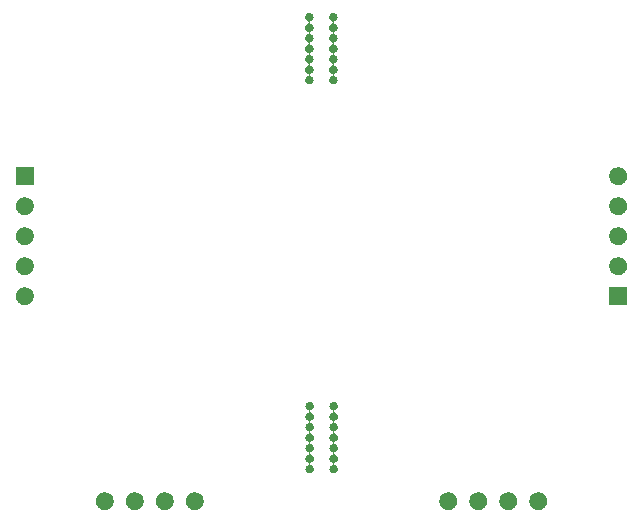
<source format=gbs>
G04 #@! TF.GenerationSoftware,KiCad,Pcbnew,(5.1.6-0-10_14)*
G04 #@! TF.CreationDate,2022-08-17T10:56:06+09:00*
G04 #@! TF.ProjectId,cool536trackballparts,636f6f6c-3533-4367-9472-61636b62616c,rev?*
G04 #@! TF.SameCoordinates,Original*
G04 #@! TF.FileFunction,Soldermask,Bot*
G04 #@! TF.FilePolarity,Negative*
%FSLAX46Y46*%
G04 Gerber Fmt 4.6, Leading zero omitted, Abs format (unit mm)*
G04 Created by KiCad (PCBNEW (5.1.6-0-10_14)) date 2022-08-17 10:56:06*
%MOMM*%
%LPD*%
G01*
G04 APERTURE LIST*
%ADD10C,0.100000*%
G04 APERTURE END LIST*
D10*
G36*
X80154425Y-69294599D02*
G01*
X80278621Y-69319302D01*
X80415022Y-69375801D01*
X80537779Y-69457825D01*
X80642175Y-69562221D01*
X80724199Y-69684978D01*
X80780698Y-69821379D01*
X80809500Y-69966181D01*
X80809500Y-70113819D01*
X80780698Y-70258621D01*
X80724199Y-70395022D01*
X80642175Y-70517779D01*
X80537779Y-70622175D01*
X80415022Y-70704199D01*
X80278621Y-70760698D01*
X80154425Y-70785401D01*
X80133820Y-70789500D01*
X79986180Y-70789500D01*
X79965575Y-70785401D01*
X79841379Y-70760698D01*
X79704978Y-70704199D01*
X79582221Y-70622175D01*
X79477825Y-70517779D01*
X79395801Y-70395022D01*
X79339302Y-70258621D01*
X79310500Y-70113819D01*
X79310500Y-69966181D01*
X79339302Y-69821379D01*
X79395801Y-69684978D01*
X79477825Y-69562221D01*
X79582221Y-69457825D01*
X79704978Y-69375801D01*
X79841379Y-69319302D01*
X79965575Y-69294599D01*
X79986180Y-69290500D01*
X80133820Y-69290500D01*
X80154425Y-69294599D01*
G37*
G36*
X77614425Y-69294599D02*
G01*
X77738621Y-69319302D01*
X77875022Y-69375801D01*
X77997779Y-69457825D01*
X78102175Y-69562221D01*
X78184199Y-69684978D01*
X78240698Y-69821379D01*
X78269500Y-69966181D01*
X78269500Y-70113819D01*
X78240698Y-70258621D01*
X78184199Y-70395022D01*
X78102175Y-70517779D01*
X77997779Y-70622175D01*
X77875022Y-70704199D01*
X77738621Y-70760698D01*
X77614425Y-70785401D01*
X77593820Y-70789500D01*
X77446180Y-70789500D01*
X77425575Y-70785401D01*
X77301379Y-70760698D01*
X77164978Y-70704199D01*
X77042221Y-70622175D01*
X76937825Y-70517779D01*
X76855801Y-70395022D01*
X76799302Y-70258621D01*
X76770500Y-70113819D01*
X76770500Y-69966181D01*
X76799302Y-69821379D01*
X76855801Y-69684978D01*
X76937825Y-69562221D01*
X77042221Y-69457825D01*
X77164978Y-69375801D01*
X77301379Y-69319302D01*
X77425575Y-69294599D01*
X77446180Y-69290500D01*
X77593820Y-69290500D01*
X77614425Y-69294599D01*
G37*
G36*
X75074425Y-69294599D02*
G01*
X75198621Y-69319302D01*
X75335022Y-69375801D01*
X75457779Y-69457825D01*
X75562175Y-69562221D01*
X75644199Y-69684978D01*
X75700698Y-69821379D01*
X75729500Y-69966181D01*
X75729500Y-70113819D01*
X75700698Y-70258621D01*
X75644199Y-70395022D01*
X75562175Y-70517779D01*
X75457779Y-70622175D01*
X75335022Y-70704199D01*
X75198621Y-70760698D01*
X75074425Y-70785401D01*
X75053820Y-70789500D01*
X74906180Y-70789500D01*
X74885575Y-70785401D01*
X74761379Y-70760698D01*
X74624978Y-70704199D01*
X74502221Y-70622175D01*
X74397825Y-70517779D01*
X74315801Y-70395022D01*
X74259302Y-70258621D01*
X74230500Y-70113819D01*
X74230500Y-69966181D01*
X74259302Y-69821379D01*
X74315801Y-69684978D01*
X74397825Y-69562221D01*
X74502221Y-69457825D01*
X74624978Y-69375801D01*
X74761379Y-69319302D01*
X74885575Y-69294599D01*
X74906180Y-69290500D01*
X75053820Y-69290500D01*
X75074425Y-69294599D01*
G37*
G36*
X72534425Y-69294599D02*
G01*
X72658621Y-69319302D01*
X72795022Y-69375801D01*
X72917779Y-69457825D01*
X73022175Y-69562221D01*
X73104199Y-69684978D01*
X73160698Y-69821379D01*
X73189500Y-69966181D01*
X73189500Y-70113819D01*
X73160698Y-70258621D01*
X73104199Y-70395022D01*
X73022175Y-70517779D01*
X72917779Y-70622175D01*
X72795022Y-70704199D01*
X72658621Y-70760698D01*
X72534425Y-70785401D01*
X72513820Y-70789500D01*
X72366180Y-70789500D01*
X72345575Y-70785401D01*
X72221379Y-70760698D01*
X72084978Y-70704199D01*
X71962221Y-70622175D01*
X71857825Y-70517779D01*
X71775801Y-70395022D01*
X71719302Y-70258621D01*
X71690500Y-70113819D01*
X71690500Y-69966181D01*
X71719302Y-69821379D01*
X71775801Y-69684978D01*
X71857825Y-69562221D01*
X71962221Y-69457825D01*
X72084978Y-69375801D01*
X72221379Y-69319302D01*
X72345575Y-69294599D01*
X72366180Y-69290500D01*
X72513820Y-69290500D01*
X72534425Y-69294599D01*
G37*
G36*
X51074425Y-69294599D02*
G01*
X51198621Y-69319302D01*
X51335022Y-69375801D01*
X51457779Y-69457825D01*
X51562175Y-69562221D01*
X51644199Y-69684978D01*
X51700698Y-69821379D01*
X51729500Y-69966181D01*
X51729500Y-70113819D01*
X51700698Y-70258621D01*
X51644199Y-70395022D01*
X51562175Y-70517779D01*
X51457779Y-70622175D01*
X51335022Y-70704199D01*
X51198621Y-70760698D01*
X51074425Y-70785401D01*
X51053820Y-70789500D01*
X50906180Y-70789500D01*
X50885575Y-70785401D01*
X50761379Y-70760698D01*
X50624978Y-70704199D01*
X50502221Y-70622175D01*
X50397825Y-70517779D01*
X50315801Y-70395022D01*
X50259302Y-70258621D01*
X50230500Y-70113819D01*
X50230500Y-69966181D01*
X50259302Y-69821379D01*
X50315801Y-69684978D01*
X50397825Y-69562221D01*
X50502221Y-69457825D01*
X50624978Y-69375801D01*
X50761379Y-69319302D01*
X50885575Y-69294599D01*
X50906180Y-69290500D01*
X51053820Y-69290500D01*
X51074425Y-69294599D01*
G37*
G36*
X48534425Y-69294599D02*
G01*
X48658621Y-69319302D01*
X48795022Y-69375801D01*
X48917779Y-69457825D01*
X49022175Y-69562221D01*
X49104199Y-69684978D01*
X49160698Y-69821379D01*
X49189500Y-69966181D01*
X49189500Y-70113819D01*
X49160698Y-70258621D01*
X49104199Y-70395022D01*
X49022175Y-70517779D01*
X48917779Y-70622175D01*
X48795022Y-70704199D01*
X48658621Y-70760698D01*
X48534425Y-70785401D01*
X48513820Y-70789500D01*
X48366180Y-70789500D01*
X48345575Y-70785401D01*
X48221379Y-70760698D01*
X48084978Y-70704199D01*
X47962221Y-70622175D01*
X47857825Y-70517779D01*
X47775801Y-70395022D01*
X47719302Y-70258621D01*
X47690500Y-70113819D01*
X47690500Y-69966181D01*
X47719302Y-69821379D01*
X47775801Y-69684978D01*
X47857825Y-69562221D01*
X47962221Y-69457825D01*
X48084978Y-69375801D01*
X48221379Y-69319302D01*
X48345575Y-69294599D01*
X48366180Y-69290500D01*
X48513820Y-69290500D01*
X48534425Y-69294599D01*
G37*
G36*
X45994425Y-69294599D02*
G01*
X46118621Y-69319302D01*
X46255022Y-69375801D01*
X46377779Y-69457825D01*
X46482175Y-69562221D01*
X46564199Y-69684978D01*
X46620698Y-69821379D01*
X46649500Y-69966181D01*
X46649500Y-70113819D01*
X46620698Y-70258621D01*
X46564199Y-70395022D01*
X46482175Y-70517779D01*
X46377779Y-70622175D01*
X46255022Y-70704199D01*
X46118621Y-70760698D01*
X45994425Y-70785401D01*
X45973820Y-70789500D01*
X45826180Y-70789500D01*
X45805575Y-70785401D01*
X45681379Y-70760698D01*
X45544978Y-70704199D01*
X45422221Y-70622175D01*
X45317825Y-70517779D01*
X45235801Y-70395022D01*
X45179302Y-70258621D01*
X45150500Y-70113819D01*
X45150500Y-69966181D01*
X45179302Y-69821379D01*
X45235801Y-69684978D01*
X45317825Y-69562221D01*
X45422221Y-69457825D01*
X45544978Y-69375801D01*
X45681379Y-69319302D01*
X45805575Y-69294599D01*
X45826180Y-69290500D01*
X45973820Y-69290500D01*
X45994425Y-69294599D01*
G37*
G36*
X43454425Y-69294599D02*
G01*
X43578621Y-69319302D01*
X43715022Y-69375801D01*
X43837779Y-69457825D01*
X43942175Y-69562221D01*
X44024199Y-69684978D01*
X44080698Y-69821379D01*
X44109500Y-69966181D01*
X44109500Y-70113819D01*
X44080698Y-70258621D01*
X44024199Y-70395022D01*
X43942175Y-70517779D01*
X43837779Y-70622175D01*
X43715022Y-70704199D01*
X43578621Y-70760698D01*
X43454425Y-70785401D01*
X43433820Y-70789500D01*
X43286180Y-70789500D01*
X43265575Y-70785401D01*
X43141379Y-70760698D01*
X43004978Y-70704199D01*
X42882221Y-70622175D01*
X42777825Y-70517779D01*
X42695801Y-70395022D01*
X42639302Y-70258621D01*
X42610500Y-70113819D01*
X42610500Y-69966181D01*
X42639302Y-69821379D01*
X42695801Y-69684978D01*
X42777825Y-69562221D01*
X42882221Y-69457825D01*
X43004978Y-69375801D01*
X43141379Y-69319302D01*
X43265575Y-69294599D01*
X43286180Y-69290500D01*
X43433820Y-69290500D01*
X43454425Y-69294599D01*
G37*
G36*
X62838383Y-61655489D02*
G01*
X62838386Y-61655490D01*
X62838385Y-61655490D01*
X62902258Y-61681946D01*
X62959748Y-61720360D01*
X63008640Y-61769252D01*
X63047054Y-61826742D01*
X63068624Y-61878818D01*
X63073511Y-61890617D01*
X63087000Y-61958430D01*
X63087000Y-62027570D01*
X63073511Y-62095383D01*
X63073510Y-62095385D01*
X63047054Y-62159258D01*
X63047052Y-62159261D01*
X63008639Y-62216749D01*
X62959749Y-62265639D01*
X62902261Y-62304052D01*
X62902260Y-62304053D01*
X62902259Y-62304053D01*
X62858892Y-62322016D01*
X62837282Y-62333567D01*
X62818340Y-62349112D01*
X62802794Y-62368054D01*
X62791243Y-62389664D01*
X62784130Y-62413113D01*
X62781728Y-62437499D01*
X62784130Y-62461886D01*
X62791243Y-62485335D01*
X62802794Y-62506945D01*
X62818339Y-62525887D01*
X62837281Y-62541433D01*
X62858893Y-62552984D01*
X62902261Y-62570948D01*
X62931200Y-62590285D01*
X62959748Y-62609360D01*
X63008640Y-62658252D01*
X63047054Y-62715742D01*
X63068624Y-62767818D01*
X63073511Y-62779617D01*
X63087000Y-62847430D01*
X63087000Y-62916570D01*
X63073511Y-62984383D01*
X63073510Y-62984385D01*
X63047054Y-63048258D01*
X63047052Y-63048261D01*
X63008639Y-63105749D01*
X62959749Y-63154639D01*
X62902261Y-63193052D01*
X62902260Y-63193053D01*
X62902259Y-63193053D01*
X62858892Y-63211016D01*
X62837282Y-63222567D01*
X62818340Y-63238112D01*
X62802794Y-63257054D01*
X62791243Y-63278664D01*
X62784130Y-63302113D01*
X62781728Y-63326499D01*
X62784130Y-63350886D01*
X62791243Y-63374335D01*
X62802794Y-63395945D01*
X62818339Y-63414887D01*
X62837281Y-63430433D01*
X62858893Y-63441984D01*
X62902261Y-63459948D01*
X62931200Y-63479285D01*
X62959748Y-63498360D01*
X63008640Y-63547252D01*
X63047054Y-63604742D01*
X63068624Y-63656818D01*
X63073511Y-63668617D01*
X63087000Y-63736430D01*
X63087000Y-63805570D01*
X63073511Y-63873383D01*
X63073510Y-63873385D01*
X63047054Y-63937258D01*
X63047052Y-63937261D01*
X63008639Y-63994749D01*
X62959749Y-64043639D01*
X62902261Y-64082052D01*
X62902260Y-64082053D01*
X62902259Y-64082053D01*
X62858892Y-64100016D01*
X62837282Y-64111567D01*
X62818340Y-64127112D01*
X62802794Y-64146054D01*
X62791243Y-64167664D01*
X62784130Y-64191113D01*
X62781728Y-64215499D01*
X62784130Y-64239886D01*
X62791243Y-64263335D01*
X62802794Y-64284945D01*
X62818339Y-64303887D01*
X62837281Y-64319433D01*
X62858893Y-64330984D01*
X62902261Y-64348948D01*
X62931200Y-64368285D01*
X62959748Y-64387360D01*
X63008640Y-64436252D01*
X63047054Y-64493742D01*
X63068624Y-64545818D01*
X63073511Y-64557617D01*
X63087000Y-64625430D01*
X63087000Y-64694570D01*
X63073511Y-64762383D01*
X63073510Y-64762385D01*
X63047054Y-64826258D01*
X63047052Y-64826261D01*
X63008639Y-64883749D01*
X62959749Y-64932639D01*
X62902261Y-64971052D01*
X62902260Y-64971053D01*
X62902259Y-64971053D01*
X62858892Y-64989016D01*
X62837282Y-65000567D01*
X62818340Y-65016112D01*
X62802794Y-65035054D01*
X62791243Y-65056664D01*
X62784130Y-65080113D01*
X62781728Y-65104499D01*
X62784130Y-65128886D01*
X62791243Y-65152335D01*
X62802794Y-65173945D01*
X62818339Y-65192887D01*
X62837281Y-65208433D01*
X62858893Y-65219984D01*
X62902261Y-65237948D01*
X62931200Y-65257285D01*
X62959748Y-65276360D01*
X63008640Y-65325252D01*
X63047054Y-65382742D01*
X63068624Y-65434818D01*
X63073511Y-65446617D01*
X63087000Y-65514430D01*
X63087000Y-65583570D01*
X63073511Y-65651383D01*
X63073510Y-65651385D01*
X63047054Y-65715258D01*
X63047052Y-65715261D01*
X63008639Y-65772749D01*
X62959749Y-65821639D01*
X62902261Y-65860052D01*
X62902260Y-65860053D01*
X62902259Y-65860053D01*
X62858892Y-65878016D01*
X62837282Y-65889567D01*
X62818340Y-65905112D01*
X62802794Y-65924054D01*
X62791243Y-65945664D01*
X62784130Y-65969113D01*
X62781728Y-65993499D01*
X62784130Y-66017886D01*
X62791243Y-66041335D01*
X62802794Y-66062945D01*
X62818339Y-66081887D01*
X62837281Y-66097433D01*
X62858893Y-66108984D01*
X62902261Y-66126948D01*
X62931200Y-66146285D01*
X62959748Y-66165360D01*
X63008640Y-66214252D01*
X63047054Y-66271742D01*
X63068624Y-66323818D01*
X63073511Y-66335617D01*
X63087000Y-66403430D01*
X63087000Y-66472570D01*
X63073511Y-66540383D01*
X63073510Y-66540385D01*
X63047054Y-66604258D01*
X63047052Y-66604261D01*
X63008639Y-66661749D01*
X62959749Y-66710639D01*
X62902261Y-66749052D01*
X62902260Y-66749053D01*
X62902259Y-66749053D01*
X62858892Y-66767016D01*
X62837282Y-66778567D01*
X62818340Y-66794112D01*
X62802794Y-66813054D01*
X62791243Y-66834664D01*
X62784130Y-66858113D01*
X62781728Y-66882499D01*
X62784130Y-66906886D01*
X62791243Y-66930335D01*
X62802794Y-66951945D01*
X62818339Y-66970887D01*
X62837281Y-66986433D01*
X62858893Y-66997984D01*
X62902261Y-67015948D01*
X62931200Y-67035285D01*
X62959748Y-67054360D01*
X63008640Y-67103252D01*
X63047054Y-67160742D01*
X63068624Y-67212818D01*
X63073511Y-67224617D01*
X63087000Y-67292430D01*
X63087000Y-67361570D01*
X63073511Y-67429383D01*
X63073510Y-67429385D01*
X63047054Y-67493258D01*
X63008640Y-67550748D01*
X62959748Y-67599640D01*
X62902258Y-67638054D01*
X62850182Y-67659624D01*
X62838383Y-67664511D01*
X62770570Y-67678000D01*
X62701430Y-67678000D01*
X62633617Y-67664511D01*
X62621818Y-67659624D01*
X62569742Y-67638054D01*
X62512252Y-67599640D01*
X62463360Y-67550748D01*
X62424946Y-67493258D01*
X62398490Y-67429385D01*
X62398489Y-67429383D01*
X62385000Y-67361570D01*
X62385000Y-67292430D01*
X62398489Y-67224617D01*
X62403376Y-67212818D01*
X62424946Y-67160742D01*
X62463360Y-67103252D01*
X62512252Y-67054360D01*
X62540800Y-67035285D01*
X62569739Y-67015948D01*
X62613107Y-66997984D01*
X62634718Y-66986433D01*
X62653660Y-66970888D01*
X62669206Y-66951946D01*
X62680757Y-66930336D01*
X62687870Y-66906887D01*
X62690272Y-66882501D01*
X62687870Y-66858114D01*
X62680757Y-66834665D01*
X62669206Y-66813055D01*
X62653661Y-66794113D01*
X62634719Y-66778567D01*
X62613108Y-66767016D01*
X62569741Y-66749053D01*
X62569740Y-66749053D01*
X62569739Y-66749052D01*
X62512251Y-66710639D01*
X62463361Y-66661749D01*
X62424948Y-66604261D01*
X62424946Y-66604258D01*
X62398490Y-66540385D01*
X62398489Y-66540383D01*
X62385000Y-66472570D01*
X62385000Y-66403430D01*
X62398489Y-66335617D01*
X62403376Y-66323818D01*
X62424946Y-66271742D01*
X62463360Y-66214252D01*
X62512252Y-66165360D01*
X62540800Y-66146285D01*
X62569739Y-66126948D01*
X62613107Y-66108984D01*
X62634718Y-66097433D01*
X62653660Y-66081888D01*
X62669206Y-66062946D01*
X62680757Y-66041336D01*
X62687870Y-66017887D01*
X62690272Y-65993501D01*
X62687870Y-65969114D01*
X62680757Y-65945665D01*
X62669206Y-65924055D01*
X62653661Y-65905113D01*
X62634719Y-65889567D01*
X62613108Y-65878016D01*
X62569741Y-65860053D01*
X62569740Y-65860053D01*
X62569739Y-65860052D01*
X62512251Y-65821639D01*
X62463361Y-65772749D01*
X62424948Y-65715261D01*
X62424946Y-65715258D01*
X62398490Y-65651385D01*
X62398489Y-65651383D01*
X62385000Y-65583570D01*
X62385000Y-65514430D01*
X62398489Y-65446617D01*
X62403376Y-65434818D01*
X62424946Y-65382742D01*
X62463360Y-65325252D01*
X62512252Y-65276360D01*
X62540800Y-65257285D01*
X62569739Y-65237948D01*
X62613107Y-65219984D01*
X62634718Y-65208433D01*
X62653660Y-65192888D01*
X62669206Y-65173946D01*
X62680757Y-65152336D01*
X62687870Y-65128887D01*
X62690272Y-65104501D01*
X62687870Y-65080114D01*
X62680757Y-65056665D01*
X62669206Y-65035055D01*
X62653661Y-65016113D01*
X62634719Y-65000567D01*
X62613108Y-64989016D01*
X62569741Y-64971053D01*
X62569740Y-64971053D01*
X62569739Y-64971052D01*
X62512251Y-64932639D01*
X62463361Y-64883749D01*
X62424948Y-64826261D01*
X62424946Y-64826258D01*
X62398490Y-64762385D01*
X62398489Y-64762383D01*
X62385000Y-64694570D01*
X62385000Y-64625430D01*
X62398489Y-64557617D01*
X62403376Y-64545818D01*
X62424946Y-64493742D01*
X62463360Y-64436252D01*
X62512252Y-64387360D01*
X62540800Y-64368285D01*
X62569739Y-64348948D01*
X62613107Y-64330984D01*
X62634718Y-64319433D01*
X62653660Y-64303888D01*
X62669206Y-64284946D01*
X62680757Y-64263336D01*
X62687870Y-64239887D01*
X62690272Y-64215501D01*
X62687870Y-64191114D01*
X62680757Y-64167665D01*
X62669206Y-64146055D01*
X62653661Y-64127113D01*
X62634719Y-64111567D01*
X62613108Y-64100016D01*
X62569741Y-64082053D01*
X62569740Y-64082053D01*
X62569739Y-64082052D01*
X62512251Y-64043639D01*
X62463361Y-63994749D01*
X62424948Y-63937261D01*
X62424946Y-63937258D01*
X62398490Y-63873385D01*
X62398489Y-63873383D01*
X62385000Y-63805570D01*
X62385000Y-63736430D01*
X62398489Y-63668617D01*
X62403376Y-63656818D01*
X62424946Y-63604742D01*
X62463360Y-63547252D01*
X62512252Y-63498360D01*
X62540800Y-63479285D01*
X62569739Y-63459948D01*
X62613107Y-63441984D01*
X62634718Y-63430433D01*
X62653660Y-63414888D01*
X62669206Y-63395946D01*
X62680757Y-63374336D01*
X62687870Y-63350887D01*
X62690272Y-63326501D01*
X62687870Y-63302114D01*
X62680757Y-63278665D01*
X62669206Y-63257055D01*
X62653661Y-63238113D01*
X62634719Y-63222567D01*
X62613108Y-63211016D01*
X62569741Y-63193053D01*
X62569740Y-63193053D01*
X62569739Y-63193052D01*
X62512251Y-63154639D01*
X62463361Y-63105749D01*
X62424948Y-63048261D01*
X62424946Y-63048258D01*
X62398490Y-62984385D01*
X62398489Y-62984383D01*
X62385000Y-62916570D01*
X62385000Y-62847430D01*
X62398489Y-62779617D01*
X62403376Y-62767818D01*
X62424946Y-62715742D01*
X62463360Y-62658252D01*
X62512252Y-62609360D01*
X62540800Y-62590285D01*
X62569739Y-62570948D01*
X62613107Y-62552984D01*
X62634718Y-62541433D01*
X62653660Y-62525888D01*
X62669206Y-62506946D01*
X62680757Y-62485336D01*
X62687870Y-62461887D01*
X62690272Y-62437501D01*
X62687870Y-62413114D01*
X62680757Y-62389665D01*
X62669206Y-62368055D01*
X62653661Y-62349113D01*
X62634719Y-62333567D01*
X62613108Y-62322016D01*
X62569741Y-62304053D01*
X62569740Y-62304053D01*
X62569739Y-62304052D01*
X62512251Y-62265639D01*
X62463361Y-62216749D01*
X62424948Y-62159261D01*
X62424946Y-62159258D01*
X62398490Y-62095385D01*
X62398489Y-62095383D01*
X62385000Y-62027570D01*
X62385000Y-61958430D01*
X62398489Y-61890617D01*
X62403376Y-61878818D01*
X62424946Y-61826742D01*
X62463360Y-61769252D01*
X62512252Y-61720360D01*
X62569742Y-61681946D01*
X62633615Y-61655490D01*
X62633614Y-61655490D01*
X62633617Y-61655489D01*
X62701430Y-61642000D01*
X62770570Y-61642000D01*
X62838383Y-61655489D01*
G37*
G36*
X60806383Y-61655489D02*
G01*
X60806386Y-61655490D01*
X60806385Y-61655490D01*
X60870258Y-61681946D01*
X60927748Y-61720360D01*
X60976640Y-61769252D01*
X61015054Y-61826742D01*
X61036624Y-61878818D01*
X61041511Y-61890617D01*
X61055000Y-61958430D01*
X61055000Y-62027570D01*
X61041511Y-62095383D01*
X61041510Y-62095385D01*
X61015054Y-62159258D01*
X61015052Y-62159261D01*
X60976639Y-62216749D01*
X60927749Y-62265639D01*
X60870261Y-62304052D01*
X60870260Y-62304053D01*
X60870259Y-62304053D01*
X60826892Y-62322016D01*
X60805282Y-62333567D01*
X60786340Y-62349112D01*
X60770794Y-62368054D01*
X60759243Y-62389664D01*
X60752130Y-62413113D01*
X60749728Y-62437499D01*
X60752130Y-62461886D01*
X60759243Y-62485335D01*
X60770794Y-62506945D01*
X60786339Y-62525887D01*
X60805281Y-62541433D01*
X60826893Y-62552984D01*
X60870261Y-62570948D01*
X60899200Y-62590285D01*
X60927748Y-62609360D01*
X60976640Y-62658252D01*
X61015054Y-62715742D01*
X61036624Y-62767818D01*
X61041511Y-62779617D01*
X61055000Y-62847430D01*
X61055000Y-62916570D01*
X61041511Y-62984383D01*
X61041510Y-62984385D01*
X61015054Y-63048258D01*
X61015052Y-63048261D01*
X60976639Y-63105749D01*
X60927749Y-63154639D01*
X60870261Y-63193052D01*
X60870260Y-63193053D01*
X60870259Y-63193053D01*
X60826892Y-63211016D01*
X60805282Y-63222567D01*
X60786340Y-63238112D01*
X60770794Y-63257054D01*
X60759243Y-63278664D01*
X60752130Y-63302113D01*
X60749728Y-63326499D01*
X60752130Y-63350886D01*
X60759243Y-63374335D01*
X60770794Y-63395945D01*
X60786339Y-63414887D01*
X60805281Y-63430433D01*
X60826893Y-63441984D01*
X60870261Y-63459948D01*
X60899200Y-63479285D01*
X60927748Y-63498360D01*
X60976640Y-63547252D01*
X61015054Y-63604742D01*
X61036624Y-63656818D01*
X61041511Y-63668617D01*
X61055000Y-63736430D01*
X61055000Y-63805570D01*
X61041511Y-63873383D01*
X61041510Y-63873385D01*
X61015054Y-63937258D01*
X61015052Y-63937261D01*
X60976639Y-63994749D01*
X60927749Y-64043639D01*
X60870261Y-64082052D01*
X60870260Y-64082053D01*
X60870259Y-64082053D01*
X60826892Y-64100016D01*
X60805282Y-64111567D01*
X60786340Y-64127112D01*
X60770794Y-64146054D01*
X60759243Y-64167664D01*
X60752130Y-64191113D01*
X60749728Y-64215499D01*
X60752130Y-64239886D01*
X60759243Y-64263335D01*
X60770794Y-64284945D01*
X60786339Y-64303887D01*
X60805281Y-64319433D01*
X60826893Y-64330984D01*
X60870261Y-64348948D01*
X60899200Y-64368285D01*
X60927748Y-64387360D01*
X60976640Y-64436252D01*
X61015054Y-64493742D01*
X61036624Y-64545818D01*
X61041511Y-64557617D01*
X61055000Y-64625430D01*
X61055000Y-64694570D01*
X61041511Y-64762383D01*
X61041510Y-64762385D01*
X61015054Y-64826258D01*
X61015052Y-64826261D01*
X60976639Y-64883749D01*
X60927749Y-64932639D01*
X60870261Y-64971052D01*
X60870260Y-64971053D01*
X60870259Y-64971053D01*
X60826892Y-64989016D01*
X60805282Y-65000567D01*
X60786340Y-65016112D01*
X60770794Y-65035054D01*
X60759243Y-65056664D01*
X60752130Y-65080113D01*
X60749728Y-65104499D01*
X60752130Y-65128886D01*
X60759243Y-65152335D01*
X60770794Y-65173945D01*
X60786339Y-65192887D01*
X60805281Y-65208433D01*
X60826893Y-65219984D01*
X60870261Y-65237948D01*
X60899200Y-65257285D01*
X60927748Y-65276360D01*
X60976640Y-65325252D01*
X61015054Y-65382742D01*
X61036624Y-65434818D01*
X61041511Y-65446617D01*
X61055000Y-65514430D01*
X61055000Y-65583570D01*
X61041511Y-65651383D01*
X61041510Y-65651385D01*
X61015054Y-65715258D01*
X61015052Y-65715261D01*
X60976639Y-65772749D01*
X60927749Y-65821639D01*
X60870261Y-65860052D01*
X60870260Y-65860053D01*
X60870259Y-65860053D01*
X60826892Y-65878016D01*
X60805282Y-65889567D01*
X60786340Y-65905112D01*
X60770794Y-65924054D01*
X60759243Y-65945664D01*
X60752130Y-65969113D01*
X60749728Y-65993499D01*
X60752130Y-66017886D01*
X60759243Y-66041335D01*
X60770794Y-66062945D01*
X60786339Y-66081887D01*
X60805281Y-66097433D01*
X60826893Y-66108984D01*
X60870261Y-66126948D01*
X60899200Y-66146285D01*
X60927748Y-66165360D01*
X60976640Y-66214252D01*
X61015054Y-66271742D01*
X61036624Y-66323818D01*
X61041511Y-66335617D01*
X61055000Y-66403430D01*
X61055000Y-66472570D01*
X61041511Y-66540383D01*
X61041510Y-66540385D01*
X61015054Y-66604258D01*
X61015052Y-66604261D01*
X60976639Y-66661749D01*
X60927749Y-66710639D01*
X60870261Y-66749052D01*
X60870260Y-66749053D01*
X60870259Y-66749053D01*
X60826892Y-66767016D01*
X60805282Y-66778567D01*
X60786340Y-66794112D01*
X60770794Y-66813054D01*
X60759243Y-66834664D01*
X60752130Y-66858113D01*
X60749728Y-66882499D01*
X60752130Y-66906886D01*
X60759243Y-66930335D01*
X60770794Y-66951945D01*
X60786339Y-66970887D01*
X60805281Y-66986433D01*
X60826893Y-66997984D01*
X60870261Y-67015948D01*
X60899200Y-67035285D01*
X60927748Y-67054360D01*
X60976640Y-67103252D01*
X61015054Y-67160742D01*
X61036624Y-67212818D01*
X61041511Y-67224617D01*
X61055000Y-67292430D01*
X61055000Y-67361570D01*
X61041511Y-67429383D01*
X61041510Y-67429385D01*
X61015054Y-67493258D01*
X60976640Y-67550748D01*
X60927748Y-67599640D01*
X60870258Y-67638054D01*
X60818182Y-67659624D01*
X60806383Y-67664511D01*
X60738570Y-67678000D01*
X60669430Y-67678000D01*
X60601617Y-67664511D01*
X60589818Y-67659624D01*
X60537742Y-67638054D01*
X60480252Y-67599640D01*
X60431360Y-67550748D01*
X60392946Y-67493258D01*
X60366490Y-67429385D01*
X60366489Y-67429383D01*
X60353000Y-67361570D01*
X60353000Y-67292430D01*
X60366489Y-67224617D01*
X60371376Y-67212818D01*
X60392946Y-67160742D01*
X60431360Y-67103252D01*
X60480252Y-67054360D01*
X60508800Y-67035285D01*
X60537739Y-67015948D01*
X60581107Y-66997984D01*
X60602718Y-66986433D01*
X60621660Y-66970888D01*
X60637206Y-66951946D01*
X60648757Y-66930336D01*
X60655870Y-66906887D01*
X60658272Y-66882501D01*
X60655870Y-66858114D01*
X60648757Y-66834665D01*
X60637206Y-66813055D01*
X60621661Y-66794113D01*
X60602719Y-66778567D01*
X60581108Y-66767016D01*
X60537741Y-66749053D01*
X60537740Y-66749053D01*
X60537739Y-66749052D01*
X60480251Y-66710639D01*
X60431361Y-66661749D01*
X60392948Y-66604261D01*
X60392946Y-66604258D01*
X60366490Y-66540385D01*
X60366489Y-66540383D01*
X60353000Y-66472570D01*
X60353000Y-66403430D01*
X60366489Y-66335617D01*
X60371376Y-66323818D01*
X60392946Y-66271742D01*
X60431360Y-66214252D01*
X60480252Y-66165360D01*
X60508800Y-66146285D01*
X60537739Y-66126948D01*
X60581107Y-66108984D01*
X60602718Y-66097433D01*
X60621660Y-66081888D01*
X60637206Y-66062946D01*
X60648757Y-66041336D01*
X60655870Y-66017887D01*
X60658272Y-65993501D01*
X60655870Y-65969114D01*
X60648757Y-65945665D01*
X60637206Y-65924055D01*
X60621661Y-65905113D01*
X60602719Y-65889567D01*
X60581108Y-65878016D01*
X60537741Y-65860053D01*
X60537740Y-65860053D01*
X60537739Y-65860052D01*
X60480251Y-65821639D01*
X60431361Y-65772749D01*
X60392948Y-65715261D01*
X60392946Y-65715258D01*
X60366490Y-65651385D01*
X60366489Y-65651383D01*
X60353000Y-65583570D01*
X60353000Y-65514430D01*
X60366489Y-65446617D01*
X60371376Y-65434818D01*
X60392946Y-65382742D01*
X60431360Y-65325252D01*
X60480252Y-65276360D01*
X60508800Y-65257285D01*
X60537739Y-65237948D01*
X60581107Y-65219984D01*
X60602718Y-65208433D01*
X60621660Y-65192888D01*
X60637206Y-65173946D01*
X60648757Y-65152336D01*
X60655870Y-65128887D01*
X60658272Y-65104501D01*
X60655870Y-65080114D01*
X60648757Y-65056665D01*
X60637206Y-65035055D01*
X60621661Y-65016113D01*
X60602719Y-65000567D01*
X60581108Y-64989016D01*
X60537741Y-64971053D01*
X60537740Y-64971053D01*
X60537739Y-64971052D01*
X60480251Y-64932639D01*
X60431361Y-64883749D01*
X60392948Y-64826261D01*
X60392946Y-64826258D01*
X60366490Y-64762385D01*
X60366489Y-64762383D01*
X60353000Y-64694570D01*
X60353000Y-64625430D01*
X60366489Y-64557617D01*
X60371376Y-64545818D01*
X60392946Y-64493742D01*
X60431360Y-64436252D01*
X60480252Y-64387360D01*
X60508800Y-64368285D01*
X60537739Y-64348948D01*
X60581107Y-64330984D01*
X60602718Y-64319433D01*
X60621660Y-64303888D01*
X60637206Y-64284946D01*
X60648757Y-64263336D01*
X60655870Y-64239887D01*
X60658272Y-64215501D01*
X60655870Y-64191114D01*
X60648757Y-64167665D01*
X60637206Y-64146055D01*
X60621661Y-64127113D01*
X60602719Y-64111567D01*
X60581108Y-64100016D01*
X60537741Y-64082053D01*
X60537740Y-64082053D01*
X60537739Y-64082052D01*
X60480251Y-64043639D01*
X60431361Y-63994749D01*
X60392948Y-63937261D01*
X60392946Y-63937258D01*
X60366490Y-63873385D01*
X60366489Y-63873383D01*
X60353000Y-63805570D01*
X60353000Y-63736430D01*
X60366489Y-63668617D01*
X60371376Y-63656818D01*
X60392946Y-63604742D01*
X60431360Y-63547252D01*
X60480252Y-63498360D01*
X60508800Y-63479285D01*
X60537739Y-63459948D01*
X60581107Y-63441984D01*
X60602718Y-63430433D01*
X60621660Y-63414888D01*
X60637206Y-63395946D01*
X60648757Y-63374336D01*
X60655870Y-63350887D01*
X60658272Y-63326501D01*
X60655870Y-63302114D01*
X60648757Y-63278665D01*
X60637206Y-63257055D01*
X60621661Y-63238113D01*
X60602719Y-63222567D01*
X60581108Y-63211016D01*
X60537741Y-63193053D01*
X60537740Y-63193053D01*
X60537739Y-63193052D01*
X60480251Y-63154639D01*
X60431361Y-63105749D01*
X60392948Y-63048261D01*
X60392946Y-63048258D01*
X60366490Y-62984385D01*
X60366489Y-62984383D01*
X60353000Y-62916570D01*
X60353000Y-62847430D01*
X60366489Y-62779617D01*
X60371376Y-62767818D01*
X60392946Y-62715742D01*
X60431360Y-62658252D01*
X60480252Y-62609360D01*
X60508800Y-62590285D01*
X60537739Y-62570948D01*
X60581107Y-62552984D01*
X60602718Y-62541433D01*
X60621660Y-62525888D01*
X60637206Y-62506946D01*
X60648757Y-62485336D01*
X60655870Y-62461887D01*
X60658272Y-62437501D01*
X60655870Y-62413114D01*
X60648757Y-62389665D01*
X60637206Y-62368055D01*
X60621661Y-62349113D01*
X60602719Y-62333567D01*
X60581108Y-62322016D01*
X60537741Y-62304053D01*
X60537740Y-62304053D01*
X60537739Y-62304052D01*
X60480251Y-62265639D01*
X60431361Y-62216749D01*
X60392948Y-62159261D01*
X60392946Y-62159258D01*
X60366490Y-62095385D01*
X60366489Y-62095383D01*
X60353000Y-62027570D01*
X60353000Y-61958430D01*
X60366489Y-61890617D01*
X60371376Y-61878818D01*
X60392946Y-61826742D01*
X60431360Y-61769252D01*
X60480252Y-61720360D01*
X60537742Y-61681946D01*
X60601615Y-61655490D01*
X60601614Y-61655490D01*
X60601617Y-61655489D01*
X60669430Y-61642000D01*
X60738570Y-61642000D01*
X60806383Y-61655489D01*
G37*
G36*
X36684425Y-51934599D02*
G01*
X36808621Y-51959302D01*
X36945022Y-52015801D01*
X37067779Y-52097825D01*
X37172175Y-52202221D01*
X37254199Y-52324978D01*
X37310698Y-52461379D01*
X37339500Y-52606181D01*
X37339500Y-52753819D01*
X37310698Y-52898621D01*
X37254199Y-53035022D01*
X37172175Y-53157779D01*
X37067779Y-53262175D01*
X36945022Y-53344199D01*
X36808621Y-53400698D01*
X36684425Y-53425401D01*
X36663820Y-53429500D01*
X36516180Y-53429500D01*
X36495575Y-53425401D01*
X36371379Y-53400698D01*
X36234978Y-53344199D01*
X36112221Y-53262175D01*
X36007825Y-53157779D01*
X35925801Y-53035022D01*
X35869302Y-52898621D01*
X35840500Y-52753819D01*
X35840500Y-52606181D01*
X35869302Y-52461379D01*
X35925801Y-52324978D01*
X36007825Y-52202221D01*
X36112221Y-52097825D01*
X36234978Y-52015801D01*
X36371379Y-51959302D01*
X36495575Y-51934599D01*
X36516180Y-51930500D01*
X36663820Y-51930500D01*
X36684425Y-51934599D01*
G37*
G36*
X87579500Y-53429500D02*
G01*
X86080500Y-53429500D01*
X86080500Y-51930500D01*
X87579500Y-51930500D01*
X87579500Y-53429500D01*
G37*
G36*
X36684425Y-49394599D02*
G01*
X36808621Y-49419302D01*
X36945022Y-49475801D01*
X37067779Y-49557825D01*
X37172175Y-49662221D01*
X37254199Y-49784978D01*
X37310698Y-49921379D01*
X37339500Y-50066181D01*
X37339500Y-50213819D01*
X37310698Y-50358621D01*
X37254199Y-50495022D01*
X37172175Y-50617779D01*
X37067779Y-50722175D01*
X36945022Y-50804199D01*
X36808621Y-50860698D01*
X36684425Y-50885401D01*
X36663820Y-50889500D01*
X36516180Y-50889500D01*
X36495575Y-50885401D01*
X36371379Y-50860698D01*
X36234978Y-50804199D01*
X36112221Y-50722175D01*
X36007825Y-50617779D01*
X35925801Y-50495022D01*
X35869302Y-50358621D01*
X35840500Y-50213819D01*
X35840500Y-50066181D01*
X35869302Y-49921379D01*
X35925801Y-49784978D01*
X36007825Y-49662221D01*
X36112221Y-49557825D01*
X36234978Y-49475801D01*
X36371379Y-49419302D01*
X36495575Y-49394599D01*
X36516180Y-49390500D01*
X36663820Y-49390500D01*
X36684425Y-49394599D01*
G37*
G36*
X86924425Y-49394599D02*
G01*
X87048621Y-49419302D01*
X87185022Y-49475801D01*
X87307779Y-49557825D01*
X87412175Y-49662221D01*
X87494199Y-49784978D01*
X87550698Y-49921379D01*
X87579500Y-50066181D01*
X87579500Y-50213819D01*
X87550698Y-50358621D01*
X87494199Y-50495022D01*
X87412175Y-50617779D01*
X87307779Y-50722175D01*
X87185022Y-50804199D01*
X87048621Y-50860698D01*
X86924425Y-50885401D01*
X86903820Y-50889500D01*
X86756180Y-50889500D01*
X86735575Y-50885401D01*
X86611379Y-50860698D01*
X86474978Y-50804199D01*
X86352221Y-50722175D01*
X86247825Y-50617779D01*
X86165801Y-50495022D01*
X86109302Y-50358621D01*
X86080500Y-50213819D01*
X86080500Y-50066181D01*
X86109302Y-49921379D01*
X86165801Y-49784978D01*
X86247825Y-49662221D01*
X86352221Y-49557825D01*
X86474978Y-49475801D01*
X86611379Y-49419302D01*
X86735575Y-49394599D01*
X86756180Y-49390500D01*
X86903820Y-49390500D01*
X86924425Y-49394599D01*
G37*
G36*
X36684425Y-46854599D02*
G01*
X36808621Y-46879302D01*
X36945022Y-46935801D01*
X37067779Y-47017825D01*
X37172175Y-47122221D01*
X37254199Y-47244978D01*
X37310698Y-47381379D01*
X37339500Y-47526181D01*
X37339500Y-47673819D01*
X37310698Y-47818621D01*
X37254199Y-47955022D01*
X37172175Y-48077779D01*
X37067779Y-48182175D01*
X36945022Y-48264199D01*
X36808621Y-48320698D01*
X36684425Y-48345401D01*
X36663820Y-48349500D01*
X36516180Y-48349500D01*
X36495575Y-48345401D01*
X36371379Y-48320698D01*
X36234978Y-48264199D01*
X36112221Y-48182175D01*
X36007825Y-48077779D01*
X35925801Y-47955022D01*
X35869302Y-47818621D01*
X35840500Y-47673819D01*
X35840500Y-47526181D01*
X35869302Y-47381379D01*
X35925801Y-47244978D01*
X36007825Y-47122221D01*
X36112221Y-47017825D01*
X36234978Y-46935801D01*
X36371379Y-46879302D01*
X36495575Y-46854599D01*
X36516180Y-46850500D01*
X36663820Y-46850500D01*
X36684425Y-46854599D01*
G37*
G36*
X86924425Y-46854599D02*
G01*
X87048621Y-46879302D01*
X87185022Y-46935801D01*
X87307779Y-47017825D01*
X87412175Y-47122221D01*
X87494199Y-47244978D01*
X87550698Y-47381379D01*
X87579500Y-47526181D01*
X87579500Y-47673819D01*
X87550698Y-47818621D01*
X87494199Y-47955022D01*
X87412175Y-48077779D01*
X87307779Y-48182175D01*
X87185022Y-48264199D01*
X87048621Y-48320698D01*
X86924425Y-48345401D01*
X86903820Y-48349500D01*
X86756180Y-48349500D01*
X86735575Y-48345401D01*
X86611379Y-48320698D01*
X86474978Y-48264199D01*
X86352221Y-48182175D01*
X86247825Y-48077779D01*
X86165801Y-47955022D01*
X86109302Y-47818621D01*
X86080500Y-47673819D01*
X86080500Y-47526181D01*
X86109302Y-47381379D01*
X86165801Y-47244978D01*
X86247825Y-47122221D01*
X86352221Y-47017825D01*
X86474978Y-46935801D01*
X86611379Y-46879302D01*
X86735575Y-46854599D01*
X86756180Y-46850500D01*
X86903820Y-46850500D01*
X86924425Y-46854599D01*
G37*
G36*
X36684425Y-44314599D02*
G01*
X36808621Y-44339302D01*
X36945022Y-44395801D01*
X37067779Y-44477825D01*
X37172175Y-44582221D01*
X37254199Y-44704978D01*
X37310698Y-44841379D01*
X37339500Y-44986181D01*
X37339500Y-45133819D01*
X37310698Y-45278621D01*
X37254199Y-45415022D01*
X37172175Y-45537779D01*
X37067779Y-45642175D01*
X36945022Y-45724199D01*
X36808621Y-45780698D01*
X36684425Y-45805401D01*
X36663820Y-45809500D01*
X36516180Y-45809500D01*
X36495575Y-45805401D01*
X36371379Y-45780698D01*
X36234978Y-45724199D01*
X36112221Y-45642175D01*
X36007825Y-45537779D01*
X35925801Y-45415022D01*
X35869302Y-45278621D01*
X35840500Y-45133819D01*
X35840500Y-44986181D01*
X35869302Y-44841379D01*
X35925801Y-44704978D01*
X36007825Y-44582221D01*
X36112221Y-44477825D01*
X36234978Y-44395801D01*
X36371379Y-44339302D01*
X36495575Y-44314599D01*
X36516180Y-44310500D01*
X36663820Y-44310500D01*
X36684425Y-44314599D01*
G37*
G36*
X86924425Y-44314599D02*
G01*
X87048621Y-44339302D01*
X87185022Y-44395801D01*
X87307779Y-44477825D01*
X87412175Y-44582221D01*
X87494199Y-44704978D01*
X87550698Y-44841379D01*
X87579500Y-44986181D01*
X87579500Y-45133819D01*
X87550698Y-45278621D01*
X87494199Y-45415022D01*
X87412175Y-45537779D01*
X87307779Y-45642175D01*
X87185022Y-45724199D01*
X87048621Y-45780698D01*
X86924425Y-45805401D01*
X86903820Y-45809500D01*
X86756180Y-45809500D01*
X86735575Y-45805401D01*
X86611379Y-45780698D01*
X86474978Y-45724199D01*
X86352221Y-45642175D01*
X86247825Y-45537779D01*
X86165801Y-45415022D01*
X86109302Y-45278621D01*
X86080500Y-45133819D01*
X86080500Y-44986181D01*
X86109302Y-44841379D01*
X86165801Y-44704978D01*
X86247825Y-44582221D01*
X86352221Y-44477825D01*
X86474978Y-44395801D01*
X86611379Y-44339302D01*
X86735575Y-44314599D01*
X86756180Y-44310500D01*
X86903820Y-44310500D01*
X86924425Y-44314599D01*
G37*
G36*
X86924425Y-41774599D02*
G01*
X87048621Y-41799302D01*
X87185022Y-41855801D01*
X87307779Y-41937825D01*
X87412175Y-42042221D01*
X87494199Y-42164978D01*
X87550698Y-42301379D01*
X87579500Y-42446181D01*
X87579500Y-42593819D01*
X87550698Y-42738621D01*
X87494199Y-42875022D01*
X87412175Y-42997779D01*
X87307779Y-43102175D01*
X87185022Y-43184199D01*
X87048621Y-43240698D01*
X86924425Y-43265401D01*
X86903820Y-43269500D01*
X86756180Y-43269500D01*
X86735575Y-43265401D01*
X86611379Y-43240698D01*
X86474978Y-43184199D01*
X86352221Y-43102175D01*
X86247825Y-42997779D01*
X86165801Y-42875022D01*
X86109302Y-42738621D01*
X86080500Y-42593819D01*
X86080500Y-42446181D01*
X86109302Y-42301379D01*
X86165801Y-42164978D01*
X86247825Y-42042221D01*
X86352221Y-41937825D01*
X86474978Y-41855801D01*
X86611379Y-41799302D01*
X86735575Y-41774599D01*
X86756180Y-41770500D01*
X86903820Y-41770500D01*
X86924425Y-41774599D01*
G37*
G36*
X37339500Y-43269500D02*
G01*
X35840500Y-43269500D01*
X35840500Y-41770500D01*
X37339500Y-41770500D01*
X37339500Y-43269500D01*
G37*
G36*
X60796383Y-28725489D02*
G01*
X60796386Y-28725490D01*
X60796385Y-28725490D01*
X60860258Y-28751946D01*
X60917748Y-28790360D01*
X60966640Y-28839252D01*
X61005054Y-28896742D01*
X61026624Y-28948818D01*
X61031511Y-28960617D01*
X61045000Y-29028430D01*
X61045000Y-29097570D01*
X61031511Y-29165383D01*
X61031510Y-29165385D01*
X61005054Y-29229258D01*
X61005052Y-29229261D01*
X60966639Y-29286749D01*
X60917749Y-29335639D01*
X60860261Y-29374052D01*
X60860260Y-29374053D01*
X60860259Y-29374053D01*
X60816892Y-29392016D01*
X60795282Y-29403567D01*
X60776340Y-29419112D01*
X60760794Y-29438054D01*
X60749243Y-29459664D01*
X60742130Y-29483113D01*
X60739728Y-29507499D01*
X60742130Y-29531886D01*
X60749243Y-29555335D01*
X60760794Y-29576945D01*
X60776339Y-29595887D01*
X60795281Y-29611433D01*
X60816893Y-29622984D01*
X60860261Y-29640948D01*
X60889200Y-29660285D01*
X60917748Y-29679360D01*
X60966640Y-29728252D01*
X61005054Y-29785742D01*
X61026624Y-29837818D01*
X61031511Y-29849617D01*
X61045000Y-29917430D01*
X61045000Y-29986570D01*
X61031511Y-30054383D01*
X61031510Y-30054385D01*
X61005054Y-30118258D01*
X61005052Y-30118261D01*
X60966639Y-30175749D01*
X60917749Y-30224639D01*
X60860261Y-30263052D01*
X60860260Y-30263053D01*
X60860259Y-30263053D01*
X60816892Y-30281016D01*
X60795282Y-30292567D01*
X60776340Y-30308112D01*
X60760794Y-30327054D01*
X60749243Y-30348664D01*
X60742130Y-30372113D01*
X60739728Y-30396499D01*
X60742130Y-30420886D01*
X60749243Y-30444335D01*
X60760794Y-30465945D01*
X60776339Y-30484887D01*
X60795281Y-30500433D01*
X60816893Y-30511984D01*
X60860261Y-30529948D01*
X60889200Y-30549285D01*
X60917748Y-30568360D01*
X60966640Y-30617252D01*
X61005054Y-30674742D01*
X61026624Y-30726818D01*
X61031511Y-30738617D01*
X61045000Y-30806430D01*
X61045000Y-30875570D01*
X61031511Y-30943383D01*
X61031510Y-30943385D01*
X61005054Y-31007258D01*
X61005052Y-31007261D01*
X60966639Y-31064749D01*
X60917749Y-31113639D01*
X60860261Y-31152052D01*
X60860260Y-31152053D01*
X60860259Y-31152053D01*
X60816892Y-31170016D01*
X60795282Y-31181567D01*
X60776340Y-31197112D01*
X60760794Y-31216054D01*
X60749243Y-31237664D01*
X60742130Y-31261113D01*
X60739728Y-31285499D01*
X60742130Y-31309886D01*
X60749243Y-31333335D01*
X60760794Y-31354945D01*
X60776339Y-31373887D01*
X60795281Y-31389433D01*
X60816893Y-31400984D01*
X60860261Y-31418948D01*
X60889200Y-31438285D01*
X60917748Y-31457360D01*
X60966640Y-31506252D01*
X61005054Y-31563742D01*
X61026624Y-31615818D01*
X61031511Y-31627617D01*
X61045000Y-31695430D01*
X61045000Y-31764570D01*
X61031511Y-31832383D01*
X61031510Y-31832385D01*
X61005054Y-31896258D01*
X61005052Y-31896261D01*
X60966639Y-31953749D01*
X60917749Y-32002639D01*
X60860261Y-32041052D01*
X60860260Y-32041053D01*
X60860259Y-32041053D01*
X60816892Y-32059016D01*
X60795282Y-32070567D01*
X60776340Y-32086112D01*
X60760794Y-32105054D01*
X60749243Y-32126664D01*
X60742130Y-32150113D01*
X60739728Y-32174499D01*
X60742130Y-32198886D01*
X60749243Y-32222335D01*
X60760794Y-32243945D01*
X60776339Y-32262887D01*
X60795281Y-32278433D01*
X60816893Y-32289984D01*
X60860261Y-32307948D01*
X60889200Y-32327285D01*
X60917748Y-32346360D01*
X60966640Y-32395252D01*
X61005054Y-32452742D01*
X61026624Y-32504818D01*
X61031511Y-32516617D01*
X61045000Y-32584430D01*
X61045000Y-32653570D01*
X61031511Y-32721383D01*
X61031510Y-32721385D01*
X61005054Y-32785258D01*
X61005052Y-32785261D01*
X60966639Y-32842749D01*
X60917749Y-32891639D01*
X60860261Y-32930052D01*
X60860260Y-32930053D01*
X60860259Y-32930053D01*
X60816892Y-32948016D01*
X60795282Y-32959567D01*
X60776340Y-32975112D01*
X60760794Y-32994054D01*
X60749243Y-33015664D01*
X60742130Y-33039113D01*
X60739728Y-33063499D01*
X60742130Y-33087886D01*
X60749243Y-33111335D01*
X60760794Y-33132945D01*
X60776339Y-33151887D01*
X60795281Y-33167433D01*
X60816893Y-33178984D01*
X60860261Y-33196948D01*
X60889200Y-33216285D01*
X60917748Y-33235360D01*
X60966640Y-33284252D01*
X61005054Y-33341742D01*
X61026624Y-33393818D01*
X61031511Y-33405617D01*
X61045000Y-33473430D01*
X61045000Y-33542570D01*
X61031511Y-33610383D01*
X61031510Y-33610385D01*
X61005054Y-33674258D01*
X61005052Y-33674261D01*
X60966639Y-33731749D01*
X60917749Y-33780639D01*
X60860261Y-33819052D01*
X60860260Y-33819053D01*
X60860259Y-33819053D01*
X60816892Y-33837016D01*
X60795282Y-33848567D01*
X60776340Y-33864112D01*
X60760794Y-33883054D01*
X60749243Y-33904664D01*
X60742130Y-33928113D01*
X60739728Y-33952499D01*
X60742130Y-33976886D01*
X60749243Y-34000335D01*
X60760794Y-34021945D01*
X60776339Y-34040887D01*
X60795281Y-34056433D01*
X60816893Y-34067984D01*
X60860261Y-34085948D01*
X60889200Y-34105285D01*
X60917748Y-34124360D01*
X60966640Y-34173252D01*
X61005054Y-34230742D01*
X61026624Y-34282818D01*
X61031511Y-34294617D01*
X61045000Y-34362430D01*
X61045000Y-34431570D01*
X61031511Y-34499383D01*
X61031510Y-34499385D01*
X61005054Y-34563258D01*
X60966640Y-34620748D01*
X60917748Y-34669640D01*
X60860258Y-34708054D01*
X60808182Y-34729624D01*
X60796383Y-34734511D01*
X60728570Y-34748000D01*
X60659430Y-34748000D01*
X60591617Y-34734511D01*
X60579818Y-34729624D01*
X60527742Y-34708054D01*
X60470252Y-34669640D01*
X60421360Y-34620748D01*
X60382946Y-34563258D01*
X60356490Y-34499385D01*
X60356489Y-34499383D01*
X60343000Y-34431570D01*
X60343000Y-34362430D01*
X60356489Y-34294617D01*
X60361376Y-34282818D01*
X60382946Y-34230742D01*
X60421360Y-34173252D01*
X60470252Y-34124360D01*
X60498800Y-34105285D01*
X60527739Y-34085948D01*
X60571107Y-34067984D01*
X60592718Y-34056433D01*
X60611660Y-34040888D01*
X60627206Y-34021946D01*
X60638757Y-34000336D01*
X60645870Y-33976887D01*
X60648272Y-33952501D01*
X60645870Y-33928114D01*
X60638757Y-33904665D01*
X60627206Y-33883055D01*
X60611661Y-33864113D01*
X60592719Y-33848567D01*
X60571108Y-33837016D01*
X60527741Y-33819053D01*
X60527740Y-33819053D01*
X60527739Y-33819052D01*
X60470251Y-33780639D01*
X60421361Y-33731749D01*
X60382948Y-33674261D01*
X60382946Y-33674258D01*
X60356490Y-33610385D01*
X60356489Y-33610383D01*
X60343000Y-33542570D01*
X60343000Y-33473430D01*
X60356489Y-33405617D01*
X60361376Y-33393818D01*
X60382946Y-33341742D01*
X60421360Y-33284252D01*
X60470252Y-33235360D01*
X60498800Y-33216285D01*
X60527739Y-33196948D01*
X60571107Y-33178984D01*
X60592718Y-33167433D01*
X60611660Y-33151888D01*
X60627206Y-33132946D01*
X60638757Y-33111336D01*
X60645870Y-33087887D01*
X60648272Y-33063501D01*
X60645870Y-33039114D01*
X60638757Y-33015665D01*
X60627206Y-32994055D01*
X60611661Y-32975113D01*
X60592719Y-32959567D01*
X60571108Y-32948016D01*
X60527741Y-32930053D01*
X60527740Y-32930053D01*
X60527739Y-32930052D01*
X60470251Y-32891639D01*
X60421361Y-32842749D01*
X60382948Y-32785261D01*
X60382946Y-32785258D01*
X60356490Y-32721385D01*
X60356489Y-32721383D01*
X60343000Y-32653570D01*
X60343000Y-32584430D01*
X60356489Y-32516617D01*
X60361376Y-32504818D01*
X60382946Y-32452742D01*
X60421360Y-32395252D01*
X60470252Y-32346360D01*
X60498800Y-32327285D01*
X60527739Y-32307948D01*
X60571107Y-32289984D01*
X60592718Y-32278433D01*
X60611660Y-32262888D01*
X60627206Y-32243946D01*
X60638757Y-32222336D01*
X60645870Y-32198887D01*
X60648272Y-32174501D01*
X60645870Y-32150114D01*
X60638757Y-32126665D01*
X60627206Y-32105055D01*
X60611661Y-32086113D01*
X60592719Y-32070567D01*
X60571108Y-32059016D01*
X60527741Y-32041053D01*
X60527740Y-32041053D01*
X60527739Y-32041052D01*
X60470251Y-32002639D01*
X60421361Y-31953749D01*
X60382948Y-31896261D01*
X60382946Y-31896258D01*
X60356490Y-31832385D01*
X60356489Y-31832383D01*
X60343000Y-31764570D01*
X60343000Y-31695430D01*
X60356489Y-31627617D01*
X60361376Y-31615818D01*
X60382946Y-31563742D01*
X60421360Y-31506252D01*
X60470252Y-31457360D01*
X60498800Y-31438285D01*
X60527739Y-31418948D01*
X60571107Y-31400984D01*
X60592718Y-31389433D01*
X60611660Y-31373888D01*
X60627206Y-31354946D01*
X60638757Y-31333336D01*
X60645870Y-31309887D01*
X60648272Y-31285501D01*
X60645870Y-31261114D01*
X60638757Y-31237665D01*
X60627206Y-31216055D01*
X60611661Y-31197113D01*
X60592719Y-31181567D01*
X60571108Y-31170016D01*
X60527741Y-31152053D01*
X60527740Y-31152053D01*
X60527739Y-31152052D01*
X60470251Y-31113639D01*
X60421361Y-31064749D01*
X60382948Y-31007261D01*
X60382946Y-31007258D01*
X60356490Y-30943385D01*
X60356489Y-30943383D01*
X60343000Y-30875570D01*
X60343000Y-30806430D01*
X60356489Y-30738617D01*
X60361376Y-30726818D01*
X60382946Y-30674742D01*
X60421360Y-30617252D01*
X60470252Y-30568360D01*
X60498800Y-30549285D01*
X60527739Y-30529948D01*
X60571107Y-30511984D01*
X60592718Y-30500433D01*
X60611660Y-30484888D01*
X60627206Y-30465946D01*
X60638757Y-30444336D01*
X60645870Y-30420887D01*
X60648272Y-30396501D01*
X60645870Y-30372114D01*
X60638757Y-30348665D01*
X60627206Y-30327055D01*
X60611661Y-30308113D01*
X60592719Y-30292567D01*
X60571108Y-30281016D01*
X60527741Y-30263053D01*
X60527740Y-30263053D01*
X60527739Y-30263052D01*
X60470251Y-30224639D01*
X60421361Y-30175749D01*
X60382948Y-30118261D01*
X60382946Y-30118258D01*
X60356490Y-30054385D01*
X60356489Y-30054383D01*
X60343000Y-29986570D01*
X60343000Y-29917430D01*
X60356489Y-29849617D01*
X60361376Y-29837818D01*
X60382946Y-29785742D01*
X60421360Y-29728252D01*
X60470252Y-29679360D01*
X60498800Y-29660285D01*
X60527739Y-29640948D01*
X60571107Y-29622984D01*
X60592718Y-29611433D01*
X60611660Y-29595888D01*
X60627206Y-29576946D01*
X60638757Y-29555336D01*
X60645870Y-29531887D01*
X60648272Y-29507501D01*
X60645870Y-29483114D01*
X60638757Y-29459665D01*
X60627206Y-29438055D01*
X60611661Y-29419113D01*
X60592719Y-29403567D01*
X60571108Y-29392016D01*
X60527741Y-29374053D01*
X60527740Y-29374053D01*
X60527739Y-29374052D01*
X60470251Y-29335639D01*
X60421361Y-29286749D01*
X60382948Y-29229261D01*
X60382946Y-29229258D01*
X60356490Y-29165385D01*
X60356489Y-29165383D01*
X60343000Y-29097570D01*
X60343000Y-29028430D01*
X60356489Y-28960617D01*
X60361376Y-28948818D01*
X60382946Y-28896742D01*
X60421360Y-28839252D01*
X60470252Y-28790360D01*
X60527742Y-28751946D01*
X60591615Y-28725490D01*
X60591614Y-28725490D01*
X60591617Y-28725489D01*
X60659430Y-28712000D01*
X60728570Y-28712000D01*
X60796383Y-28725489D01*
G37*
G36*
X62828383Y-28725489D02*
G01*
X62828386Y-28725490D01*
X62828385Y-28725490D01*
X62892258Y-28751946D01*
X62949748Y-28790360D01*
X62998640Y-28839252D01*
X63037054Y-28896742D01*
X63058624Y-28948818D01*
X63063511Y-28960617D01*
X63077000Y-29028430D01*
X63077000Y-29097570D01*
X63063511Y-29165383D01*
X63063510Y-29165385D01*
X63037054Y-29229258D01*
X63037052Y-29229261D01*
X62998639Y-29286749D01*
X62949749Y-29335639D01*
X62892261Y-29374052D01*
X62892260Y-29374053D01*
X62892259Y-29374053D01*
X62848892Y-29392016D01*
X62827282Y-29403567D01*
X62808340Y-29419112D01*
X62792794Y-29438054D01*
X62781243Y-29459664D01*
X62774130Y-29483113D01*
X62771728Y-29507499D01*
X62774130Y-29531886D01*
X62781243Y-29555335D01*
X62792794Y-29576945D01*
X62808339Y-29595887D01*
X62827281Y-29611433D01*
X62848893Y-29622984D01*
X62892261Y-29640948D01*
X62921200Y-29660285D01*
X62949748Y-29679360D01*
X62998640Y-29728252D01*
X63037054Y-29785742D01*
X63058624Y-29837818D01*
X63063511Y-29849617D01*
X63077000Y-29917430D01*
X63077000Y-29986570D01*
X63063511Y-30054383D01*
X63063510Y-30054385D01*
X63037054Y-30118258D01*
X63037052Y-30118261D01*
X62998639Y-30175749D01*
X62949749Y-30224639D01*
X62892261Y-30263052D01*
X62892260Y-30263053D01*
X62892259Y-30263053D01*
X62848892Y-30281016D01*
X62827282Y-30292567D01*
X62808340Y-30308112D01*
X62792794Y-30327054D01*
X62781243Y-30348664D01*
X62774130Y-30372113D01*
X62771728Y-30396499D01*
X62774130Y-30420886D01*
X62781243Y-30444335D01*
X62792794Y-30465945D01*
X62808339Y-30484887D01*
X62827281Y-30500433D01*
X62848893Y-30511984D01*
X62892261Y-30529948D01*
X62921200Y-30549285D01*
X62949748Y-30568360D01*
X62998640Y-30617252D01*
X63037054Y-30674742D01*
X63058624Y-30726818D01*
X63063511Y-30738617D01*
X63077000Y-30806430D01*
X63077000Y-30875570D01*
X63063511Y-30943383D01*
X63063510Y-30943385D01*
X63037054Y-31007258D01*
X63037052Y-31007261D01*
X62998639Y-31064749D01*
X62949749Y-31113639D01*
X62892261Y-31152052D01*
X62892260Y-31152053D01*
X62892259Y-31152053D01*
X62848892Y-31170016D01*
X62827282Y-31181567D01*
X62808340Y-31197112D01*
X62792794Y-31216054D01*
X62781243Y-31237664D01*
X62774130Y-31261113D01*
X62771728Y-31285499D01*
X62774130Y-31309886D01*
X62781243Y-31333335D01*
X62792794Y-31354945D01*
X62808339Y-31373887D01*
X62827281Y-31389433D01*
X62848893Y-31400984D01*
X62892261Y-31418948D01*
X62921200Y-31438285D01*
X62949748Y-31457360D01*
X62998640Y-31506252D01*
X63037054Y-31563742D01*
X63058624Y-31615818D01*
X63063511Y-31627617D01*
X63077000Y-31695430D01*
X63077000Y-31764570D01*
X63063511Y-31832383D01*
X63063510Y-31832385D01*
X63037054Y-31896258D01*
X63037052Y-31896261D01*
X62998639Y-31953749D01*
X62949749Y-32002639D01*
X62892261Y-32041052D01*
X62892260Y-32041053D01*
X62892259Y-32041053D01*
X62848892Y-32059016D01*
X62827282Y-32070567D01*
X62808340Y-32086112D01*
X62792794Y-32105054D01*
X62781243Y-32126664D01*
X62774130Y-32150113D01*
X62771728Y-32174499D01*
X62774130Y-32198886D01*
X62781243Y-32222335D01*
X62792794Y-32243945D01*
X62808339Y-32262887D01*
X62827281Y-32278433D01*
X62848893Y-32289984D01*
X62892261Y-32307948D01*
X62921200Y-32327285D01*
X62949748Y-32346360D01*
X62998640Y-32395252D01*
X63037054Y-32452742D01*
X63058624Y-32504818D01*
X63063511Y-32516617D01*
X63077000Y-32584430D01*
X63077000Y-32653570D01*
X63063511Y-32721383D01*
X63063510Y-32721385D01*
X63037054Y-32785258D01*
X63037052Y-32785261D01*
X62998639Y-32842749D01*
X62949749Y-32891639D01*
X62892261Y-32930052D01*
X62892260Y-32930053D01*
X62892259Y-32930053D01*
X62848892Y-32948016D01*
X62827282Y-32959567D01*
X62808340Y-32975112D01*
X62792794Y-32994054D01*
X62781243Y-33015664D01*
X62774130Y-33039113D01*
X62771728Y-33063499D01*
X62774130Y-33087886D01*
X62781243Y-33111335D01*
X62792794Y-33132945D01*
X62808339Y-33151887D01*
X62827281Y-33167433D01*
X62848893Y-33178984D01*
X62892261Y-33196948D01*
X62921200Y-33216285D01*
X62949748Y-33235360D01*
X62998640Y-33284252D01*
X63037054Y-33341742D01*
X63058624Y-33393818D01*
X63063511Y-33405617D01*
X63077000Y-33473430D01*
X63077000Y-33542570D01*
X63063511Y-33610383D01*
X63063510Y-33610385D01*
X63037054Y-33674258D01*
X63037052Y-33674261D01*
X62998639Y-33731749D01*
X62949749Y-33780639D01*
X62892261Y-33819052D01*
X62892260Y-33819053D01*
X62892259Y-33819053D01*
X62848892Y-33837016D01*
X62827282Y-33848567D01*
X62808340Y-33864112D01*
X62792794Y-33883054D01*
X62781243Y-33904664D01*
X62774130Y-33928113D01*
X62771728Y-33952499D01*
X62774130Y-33976886D01*
X62781243Y-34000335D01*
X62792794Y-34021945D01*
X62808339Y-34040887D01*
X62827281Y-34056433D01*
X62848893Y-34067984D01*
X62892261Y-34085948D01*
X62921200Y-34105285D01*
X62949748Y-34124360D01*
X62998640Y-34173252D01*
X63037054Y-34230742D01*
X63058624Y-34282818D01*
X63063511Y-34294617D01*
X63077000Y-34362430D01*
X63077000Y-34431570D01*
X63063511Y-34499383D01*
X63063510Y-34499385D01*
X63037054Y-34563258D01*
X62998640Y-34620748D01*
X62949748Y-34669640D01*
X62892258Y-34708054D01*
X62840182Y-34729624D01*
X62828383Y-34734511D01*
X62760570Y-34748000D01*
X62691430Y-34748000D01*
X62623617Y-34734511D01*
X62611818Y-34729624D01*
X62559742Y-34708054D01*
X62502252Y-34669640D01*
X62453360Y-34620748D01*
X62414946Y-34563258D01*
X62388490Y-34499385D01*
X62388489Y-34499383D01*
X62375000Y-34431570D01*
X62375000Y-34362430D01*
X62388489Y-34294617D01*
X62393376Y-34282818D01*
X62414946Y-34230742D01*
X62453360Y-34173252D01*
X62502252Y-34124360D01*
X62530800Y-34105285D01*
X62559739Y-34085948D01*
X62603107Y-34067984D01*
X62624718Y-34056433D01*
X62643660Y-34040888D01*
X62659206Y-34021946D01*
X62670757Y-34000336D01*
X62677870Y-33976887D01*
X62680272Y-33952501D01*
X62677870Y-33928114D01*
X62670757Y-33904665D01*
X62659206Y-33883055D01*
X62643661Y-33864113D01*
X62624719Y-33848567D01*
X62603108Y-33837016D01*
X62559741Y-33819053D01*
X62559740Y-33819053D01*
X62559739Y-33819052D01*
X62502251Y-33780639D01*
X62453361Y-33731749D01*
X62414948Y-33674261D01*
X62414946Y-33674258D01*
X62388490Y-33610385D01*
X62388489Y-33610383D01*
X62375000Y-33542570D01*
X62375000Y-33473430D01*
X62388489Y-33405617D01*
X62393376Y-33393818D01*
X62414946Y-33341742D01*
X62453360Y-33284252D01*
X62502252Y-33235360D01*
X62530800Y-33216285D01*
X62559739Y-33196948D01*
X62603107Y-33178984D01*
X62624718Y-33167433D01*
X62643660Y-33151888D01*
X62659206Y-33132946D01*
X62670757Y-33111336D01*
X62677870Y-33087887D01*
X62680272Y-33063501D01*
X62677870Y-33039114D01*
X62670757Y-33015665D01*
X62659206Y-32994055D01*
X62643661Y-32975113D01*
X62624719Y-32959567D01*
X62603108Y-32948016D01*
X62559741Y-32930053D01*
X62559740Y-32930053D01*
X62559739Y-32930052D01*
X62502251Y-32891639D01*
X62453361Y-32842749D01*
X62414948Y-32785261D01*
X62414946Y-32785258D01*
X62388490Y-32721385D01*
X62388489Y-32721383D01*
X62375000Y-32653570D01*
X62375000Y-32584430D01*
X62388489Y-32516617D01*
X62393376Y-32504818D01*
X62414946Y-32452742D01*
X62453360Y-32395252D01*
X62502252Y-32346360D01*
X62530800Y-32327285D01*
X62559739Y-32307948D01*
X62603107Y-32289984D01*
X62624718Y-32278433D01*
X62643660Y-32262888D01*
X62659206Y-32243946D01*
X62670757Y-32222336D01*
X62677870Y-32198887D01*
X62680272Y-32174501D01*
X62677870Y-32150114D01*
X62670757Y-32126665D01*
X62659206Y-32105055D01*
X62643661Y-32086113D01*
X62624719Y-32070567D01*
X62603108Y-32059016D01*
X62559741Y-32041053D01*
X62559740Y-32041053D01*
X62559739Y-32041052D01*
X62502251Y-32002639D01*
X62453361Y-31953749D01*
X62414948Y-31896261D01*
X62414946Y-31896258D01*
X62388490Y-31832385D01*
X62388489Y-31832383D01*
X62375000Y-31764570D01*
X62375000Y-31695430D01*
X62388489Y-31627617D01*
X62393376Y-31615818D01*
X62414946Y-31563742D01*
X62453360Y-31506252D01*
X62502252Y-31457360D01*
X62530800Y-31438285D01*
X62559739Y-31418948D01*
X62603107Y-31400984D01*
X62624718Y-31389433D01*
X62643660Y-31373888D01*
X62659206Y-31354946D01*
X62670757Y-31333336D01*
X62677870Y-31309887D01*
X62680272Y-31285501D01*
X62677870Y-31261114D01*
X62670757Y-31237665D01*
X62659206Y-31216055D01*
X62643661Y-31197113D01*
X62624719Y-31181567D01*
X62603108Y-31170016D01*
X62559741Y-31152053D01*
X62559740Y-31152053D01*
X62559739Y-31152052D01*
X62502251Y-31113639D01*
X62453361Y-31064749D01*
X62414948Y-31007261D01*
X62414946Y-31007258D01*
X62388490Y-30943385D01*
X62388489Y-30943383D01*
X62375000Y-30875570D01*
X62375000Y-30806430D01*
X62388489Y-30738617D01*
X62393376Y-30726818D01*
X62414946Y-30674742D01*
X62453360Y-30617252D01*
X62502252Y-30568360D01*
X62530800Y-30549285D01*
X62559739Y-30529948D01*
X62603107Y-30511984D01*
X62624718Y-30500433D01*
X62643660Y-30484888D01*
X62659206Y-30465946D01*
X62670757Y-30444336D01*
X62677870Y-30420887D01*
X62680272Y-30396501D01*
X62677870Y-30372114D01*
X62670757Y-30348665D01*
X62659206Y-30327055D01*
X62643661Y-30308113D01*
X62624719Y-30292567D01*
X62603108Y-30281016D01*
X62559741Y-30263053D01*
X62559740Y-30263053D01*
X62559739Y-30263052D01*
X62502251Y-30224639D01*
X62453361Y-30175749D01*
X62414948Y-30118261D01*
X62414946Y-30118258D01*
X62388490Y-30054385D01*
X62388489Y-30054383D01*
X62375000Y-29986570D01*
X62375000Y-29917430D01*
X62388489Y-29849617D01*
X62393376Y-29837818D01*
X62414946Y-29785742D01*
X62453360Y-29728252D01*
X62502252Y-29679360D01*
X62530800Y-29660285D01*
X62559739Y-29640948D01*
X62603107Y-29622984D01*
X62624718Y-29611433D01*
X62643660Y-29595888D01*
X62659206Y-29576946D01*
X62670757Y-29555336D01*
X62677870Y-29531887D01*
X62680272Y-29507501D01*
X62677870Y-29483114D01*
X62670757Y-29459665D01*
X62659206Y-29438055D01*
X62643661Y-29419113D01*
X62624719Y-29403567D01*
X62603108Y-29392016D01*
X62559741Y-29374053D01*
X62559740Y-29374053D01*
X62559739Y-29374052D01*
X62502251Y-29335639D01*
X62453361Y-29286749D01*
X62414948Y-29229261D01*
X62414946Y-29229258D01*
X62388490Y-29165385D01*
X62388489Y-29165383D01*
X62375000Y-29097570D01*
X62375000Y-29028430D01*
X62388489Y-28960617D01*
X62393376Y-28948818D01*
X62414946Y-28896742D01*
X62453360Y-28839252D01*
X62502252Y-28790360D01*
X62559742Y-28751946D01*
X62623615Y-28725490D01*
X62623614Y-28725490D01*
X62623617Y-28725489D01*
X62691430Y-28712000D01*
X62760570Y-28712000D01*
X62828383Y-28725489D01*
G37*
M02*

</source>
